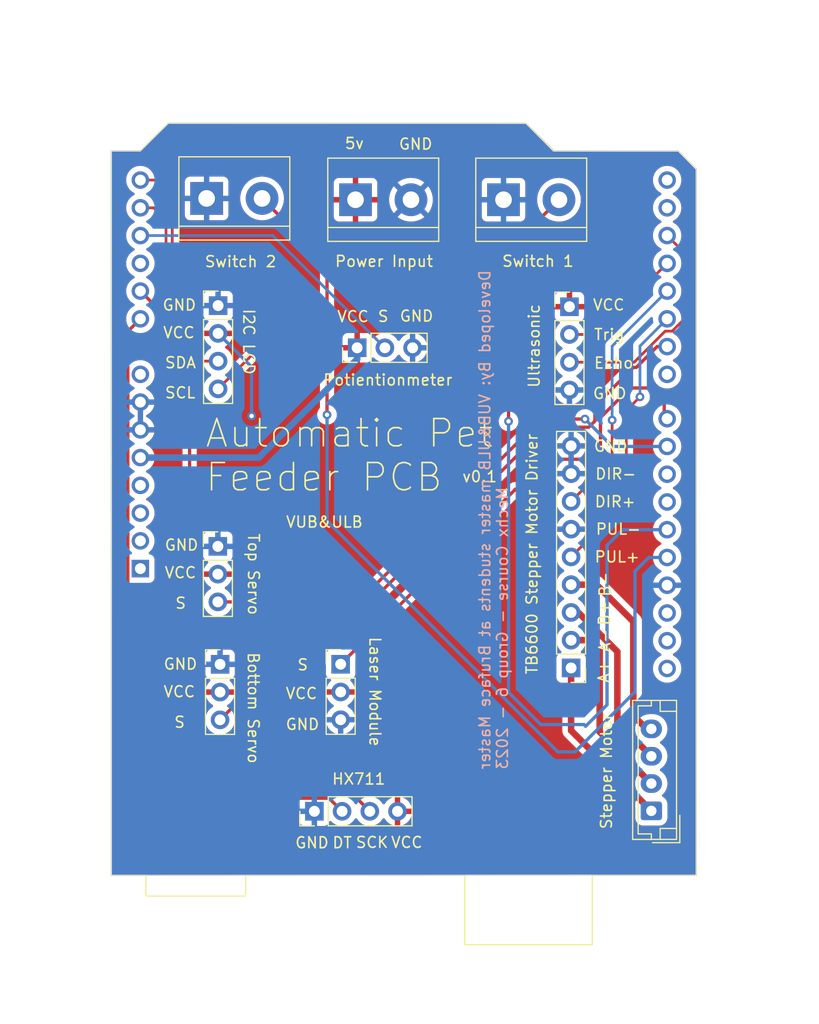
<source format=kicad_pcb>
(kicad_pcb (version 20221018) (generator pcbnew)
  (layers (0 "F.Cu" signal) (31 "B.Cu" signal) (34 "B.Paste" user) (35 "F.Paste" user) (36 "B.SilkS" user "B.Silkscreen") (37 "F.SilkS" user "F.Silkscreen") (38 "B.Mask" user) (39 "F.Mask" user) (44 "Edge.Cuts" user))
  (net 0 "")
  (net 5 "VCC")
  (net 6 "GND")
  (net 8 "Net-(A1-A0)")
  (net 9 "Net-(A1-A1)")
  (net 11 "Potin_pin")
  (net 12 "SDA")
  (net 13 "SCL")
  (net 16 "echo")
  (net 17 "trig")
  (net 18 "Dir")
  (net 19 "step")
  (net 20 "servo_1")
  (net 22 "laser_pin")
  (net 23 "servo_2")
  (net 26 "Net-(A1-D12)")
  (net 27 "Net-(A1-D13)")
  (net 31 "Net-(J1-Pin_1)")
  (net 32 "Net-(J1-Pin_2)")
  (net 33 "Net-(J1-Pin_3)")
  (net 34 "Net-(J1-Pin_4)")
  (footprint "Connector_PinHeader_2.54mm:PinHeader_1x04_P2.54mm_Vertical" (layer "F.Cu") (at 107.33 87.66)
    (fp_text reference "J2" hide)
    (fp_text value "Conn_01x04_Pin" hide)
    (fp_line (start -1.33 -1.33) (end 0 -1.33) (stroke (width 0.12)) (layer "F.SilkS"))
    (fp_line (start -1.33 0) (end -1.33 -1.33) (stroke (width 0.12)) (layer "F.SilkS"))
    (fp_line (start -1.33 1.27) (end -1.33 8.95) (stroke (width 0.12)) (layer "F.SilkS"))
    (fp_line (start -1.33 1.27) (end 1.33 1.27) (stroke (width 0.12)) (layer "F.SilkS"))
    (fp_line (start -1.33 8.95) (end 1.33 8.95) (stroke (width 0.12)) (layer "F.SilkS"))
    (fp_line (start 1.33 1.27) (end 1.33 8.95) (stroke (width 0.12)) (layer "F.SilkS"))
    (pad "1" thru_hole rect (at 0 0) (size 1.7 1.7) (drill 1) (layers "*.Cu" "*.Mask") (net 5 "VCC"))
    (pad "2" thru_hole oval (at 0 2.54) (size 1.7 1.7) (drill 1) (layers "*.Cu" "*.Mask") (net 17 "trig"))
    (pad "3" thru_hole oval (at 0 5.08) (size 1.7 1.7) (drill 1) (layers "*.Cu" "*.Mask") (net 16 "echo"))
    (pad "4" thru_hole oval (at 0 7.62) (size 1.7 1.7) (drill 1) (layers "*.Cu" "*.Mask") (net 6 "GND"))
  )
  (footprint "TerminalBlock:TerminalBlock_bornier-2_P5.08mm" (layer "F.Cu") (at 101.29 77.87)
    (fp_text reference "J7" hide)
    (fp_text value "Conn_01x02_Pin" hide)
    (fp_line (start -2.54 -3.81) (end -2.54 3.81) (stroke (width 0.12)) (layer "F.SilkS"))
    (fp_line (start -2.54 3.81) (end 7.62 3.81) (stroke (width 0.12)) (layer "F.SilkS"))
    (fp_line (start 7.62 -3.81) (end -2.54 -3.81) (stroke (width 0.12)) (layer "F.SilkS"))
    (fp_line (start 7.62 2.54) (end -2.54 2.54) (stroke (width 0.12)) (layer "F.SilkS"))
    (fp_line (start 7.62 3.81) (end 7.62 -3.81) (stroke (width 0.12)) (layer "F.SilkS"))
    (pad "1" thru_hole rect (at 0 0) (size 3 3) (drill 1.52) (layers "*.Cu" "*.Mask") (net 6 "GND"))
    (pad "2" thru_hole circle (at 5.08 0) (size 3 3) (drill 1.52) (layers "*.Cu" "*.Mask") (net 26 "Net-(A1-D12)"))
  )
  (footprint "Connector_PinHeader_2.54mm:PinHeader_1x09_P2.54mm_Vertical" (layer "F.Cu") (at 107.48 120.72 180)
    (fp_text reference "J11" hide)
    (fp_text value "Conn_01x09_Pin" hide)
    (fp_line (start -1.33 -1.33) (end 0 -1.33) (stroke (width 0.12)) (layer "F.SilkS"))
    (fp_line (start -1.33 0) (end -1.33 -1.33) (stroke (width 0.12)) (layer "F.SilkS"))
    (fp_line (start -1.33 1.27) (end -1.33 21.65) (stroke (width 0.12)) (layer "F.SilkS"))
    (fp_line (start -1.33 1.27) (end 1.33 1.27) (stroke (width 0.12)) (layer "F.SilkS"))
    (fp_line (start -1.33 21.65) (end 1.33 21.65) (stroke (width 0.12)) (layer "F.SilkS"))
    (fp_line (start 1.33 1.27) (end 1.33 21.65) (stroke (width 0.12)) (layer "F.SilkS"))
    (pad "1" thru_hole rect (at 0 0 180) (size 1.7 1.7) (drill 1) (layers "*.Cu" "*.Mask") (net 31 "Net-(J1-Pin_1)"))
    (pad "2" thru_hole oval (at 0 2.54 180) (size 1.7 1.7) (drill 1) (layers "*.Cu" "*.Mask") (net 32 "Net-(J1-Pin_2)"))
    (pad "3" thru_hole oval (at 0 5.08 180) (size 1.7 1.7) (drill 1) (layers "*.Cu" "*.Mask") (net 33 "Net-(J1-Pin_3)"))
    (pad "4" thru_hole oval (at 0 7.62 180) (size 1.7 1.7) (drill 1) (layers "*.Cu" "*.Mask") (net 34 "Net-(J1-Pin_4)"))
    (pad "5" thru_hole oval (at 0 10.16 180) (size 1.7 1.7) (drill 1) (layers "*.Cu" "*.Mask") (net 19 "step"))
    (pad "6" thru_hole oval (at 0 12.7 180) (size 1.7 1.7) (drill 1) (layers "*.Cu" "*.Mask") (net 6 "GND"))
    (pad "7" thru_hole oval (at 0 15.24 180) (size 1.7 1.7) (drill 1) (layers "*.Cu" "*.Mask") (net 18 "Dir"))
    (pad "8" thru_hole oval (at 0 17.78 180) (size 1.7 1.7) (drill 1) (layers "*.Cu" "*.Mask") (net 6 "GND"))
    (pad "9" thru_hole oval (at 0 20.32 180) (size 1.7 1.7) (drill 1) (layers "*.Cu" "*.Mask") (net 6 "GND"))
  )
  (footprint "Connector_PinHeader_2.54mm:PinHeader_1x03_P2.54mm_Vertical" (layer "F.Cu") (at 75.32 120.39)
    (fp_text reference "J3" hide)
    (fp_text value "Conn_01x03_Pin" hide)
    (fp_line (start -1.33 -1.33) (end 0 -1.33) (stroke (width 0.12)) (layer "F.SilkS"))
    (fp_line (start -1.33 0) (end -1.33 -1.33) (stroke (width 0.12)) (layer "F.SilkS"))
    (fp_line (start -1.33 1.27) (end -1.33 6.41) (stroke (width 0.12)) (layer "F.SilkS"))
    (fp_line (start -1.33 1.27) (end 1.33 1.27) (stroke (width 0.12)) (layer "F.SilkS"))
    (fp_line (start -1.33 6.41) (end 1.33 6.41) (stroke (width 0.12)) (layer "F.SilkS"))
    (fp_line (start 1.33 1.27) (end 1.33 6.41) (stroke (width 0.12)) (layer "F.SilkS"))
    (pad "1" thru_hole rect (at 0 0) (size 1.7 1.7) (drill 1) (layers "*.Cu" "*.Mask") (net 6 "GND"))
    (pad "2" thru_hole oval (at 0 2.54) (size 1.7 1.7) (drill 1) (layers "*.Cu" "*.Mask") (net 5 "VCC"))
    (pad "3" thru_hole oval (at 0 5.08) (size 1.7 1.7) (drill 1) (layers "*.Cu" "*.Mask") (net 20 "servo_1"))
  )
  (footprint "Connector_PinHeader_2.54mm:PinHeader_1x03_P2.54mm_Vertical" (layer "F.Cu") (at 75.12 109.595)
    (fp_text reference "J4" hide)
    (fp_text value "Conn_01x03_Pin" hide)
    (fp_line (start -1.33 -1.33) (end 0 -1.33) (stroke (width 0.12)) (layer "F.SilkS"))
    (fp_line (start -1.33 0) (end -1.33 -1.33) (stroke (width 0.12)) (layer "F.SilkS"))
    (fp_line (start -1.33 1.27) (end -1.33 6.41) (stroke (width 0.12)) (layer "F.SilkS"))
    (fp_line (start -1.33 1.27) (end 1.33 1.27) (stroke (width 0.12)) (layer "F.SilkS"))
    (fp_line (start -1.33 6.41) (end 1.33 6.41) (stroke (width 0.12)) (layer "F.SilkS"))
    (fp_line (start 1.33 1.27) (end 1.33 6.41) (stroke (width 0.12)) (layer "F.SilkS"))
    (pad "1" thru_hole rect (at 0 0) (size 1.7 1.7) (drill 1) (layers "*.Cu" "*.Mask") (net 6 "GND"))
    (pad "2" thru_hole oval (at 0 2.54) (size 1.7 1.7) (drill 1) (layers "*.Cu" "*.Mask") (net 5 "VCC"))
    (pad "3" thru_hole oval (at 0 5.08) (size 1.7 1.7) (drill 1) (layers "*.Cu" "*.Mask") (net 23 "servo_2"))
  )
  (footprint "Connector_PinHeader_2.54mm:PinHeader_1x04_P2.54mm_Vertical" (layer "F.Cu") (at 83.96 133.84 90)
    (fp_text reference "J9" hide)
    (fp_text value "Conn_01x04_Socket" hide)
    (fp_line (start -1.33 -1.33) (end 0 -1.33) (stroke (width 0.12)) (layer "F.SilkS"))
    (fp_line (start -1.33 0) (end -1.33 -1.33) (stroke (width 0.12)) (layer "F.SilkS"))
    (fp_line (start -1.33 1.27) (end -1.33 8.95) (stroke (width 0.12)) (layer "F.SilkS"))
    (fp_line (start -1.33 1.27) (end 1.33 1.27) (stroke (width 0.12)) (layer "F.SilkS"))
    (fp_line (start -1.33 8.95) (end 1.33 8.95) (stroke (width 0.12)) (layer "F.SilkS"))
    (fp_line (start 1.33 1.27) (end 1.33 8.95) (stroke (width 0.12)) (layer "F.SilkS"))
    (pad "1" thru_hole rect (at 0 0 90) (size 1.7 1.7) (drill 1) (layers "*.Cu" "*.Mask") (net 6 "GND"))
    (pad "2" thru_hole oval (at 0 2.54 90) (size 1.7 1.7) (drill 1) (layers "*.Cu" "*.Mask") (net 8 "Net-(A1-A0)"))
    (pad "3" thru_hole oval (at 0 5.08 90) (size 1.7 1.7) (drill 1) (layers "*.Cu" "*.Mask") (net 9 "Net-(A1-A1)"))
    (pad "4" thru_hole oval (at 0 7.62 90) (size 1.7 1.7) (drill 1) (layers "*.Cu" "*.Mask") (net 5 "VCC"))
  )
  (footprint "Module:Arduino_UNO_R3" (layer "F.Cu") (at 68.02 111.63 90)
    (fp_text reference "A1" hide)
    (fp_text value "Arduino_UNO_R3" hide)
    (fp_line (start -34.42 29.72) (end -34.42 41.4) (stroke (width 0.12)) (layer "F.SilkS"))
    (fp_line (start -34.42 41.4) (end -28.07 41.4) (stroke (width 0.12)) (layer "F.SilkS"))
    (fp_line (start -29.97 0.51) (end -29.97 9.65) (stroke (width 0.12)) (layer "F.SilkS"))
    (fp_line (start -29.97 9.65) (end -28.07 9.65) (stroke (width 0.12)) (layer "F.SilkS"))
    (fp_line (start -28.07 -2.67) (end -28.07 0.51) (stroke (width 0.12)) (layer "F.SilkS"))
    (fp_line (start -28.07 0.51) (end -29.97 0.51) (stroke (width 0.12)) (layer "F.SilkS"))
    (fp_line (start -28.07 9.65) (end -28.07 29.72) (stroke (width 0.12)) (layer "F.SilkS"))
    (fp_line (start -28.07 29.72) (end -34.42 29.72) (stroke (width 0.12)) (layer "F.SilkS"))
    (fp_line (start -28.07 41.4) (end -28.07 50.93) (stroke (width 0.12)) (layer "F.SilkS"))
    (fp_line (start -28.07 50.93) (end 36.58 50.93) (stroke (width 0.12)) (layer "F.SilkS"))
    (fp_line (start 36.58 50.93) (end 38.23 49.28) (stroke (width 0.12)) (layer "F.SilkS"))
    (fp_line (start 38.23 -2.67) (end -28.07 -2.67) (stroke (width 0.12)) (layer "F.SilkS"))
    (fp_line (start 38.23 0) (end 38.23 -2.67) (stroke (width 0.12)) (layer "F.SilkS"))
    (fp_line (start 38.23 37.85) (end 40.77 35.31) (stroke (width 0.12)) (layer "F.SilkS"))
    (fp_line (start 38.23 49.28) (end 38.23 37.85) (stroke (width 0.12)) (layer "F.SilkS"))
    (fp_line (start 40.77 2.54) (end 38.23 0) (stroke (width 0.12)) (layer "F.SilkS"))
    (fp_line (start 40.77 35.31) (end 40.77 2.54) (stroke (width 0.12)) (layer "F.SilkS"))
    (pad "1" thru_hole rect (at 0 0 180) (size 1.6 1.6) (drill 1) (layers "*.Cu" "*.Mask"))
    (pad "2" thru_hole oval (at 2.54 0 180) (size 1.6 1.6) (drill 1) (layers "*.Cu" "*.Mask"))
    (pad "3" thru_hole oval (at 5.08 0 180) (size 1.6 1.6) (drill 1) (layers "*.Cu" "*.Mask"))
    (pad "4" thru_hole oval (at 7.62 0 180) (size 1.6 1.6) (drill 1) (layers "*.Cu" "*.Mask"))
    (pad "5" thru_hole oval (at 10.16 0 180) (size 1.6 1.6) (drill 1) (layers "*.Cu" "*.Mask") (net 5 "VCC"))
    (pad "6" thru_hole oval (at 12.7 0 180) (size 1.6 1.6) (drill 1) (layers "*.Cu" "*.Mask") (net 6 "GND"))
    (pad "7" thru_hole oval (at 15.24 0 180) (size 1.6 1.6) (drill 1) (layers "*.Cu" "*.Mask") (net 6 "GND"))
    (pad "8" thru_hole oval (at 17.78 0 180) (size 1.6 1.6) (drill 1) (layers "*.Cu" "*.Mask"))
    (pad "9" thru_hole oval (at 22.86 0 180) (size 1.6 1.6) (drill 1) (layers "*.Cu" "*.Mask") (net 8 "Net-(A1-A0)"))
    (pad "10" thru_hole oval (at 25.4 0 180) (size 1.6 1.6) (drill 1) (layers "*.Cu" "*.Mask") (net 9 "Net-(A1-A1)"))
    (pad "11" thru_hole oval (at 27.94 0 180) (size 1.6 1.6) (drill 1) (layers "*.Cu" "*.Mask"))
    (pad "12" thru_hole oval (at 30.48 0 180) (size 1.6 1.6) (drill 1) (layers "*.Cu" "*.Mask") (net 11 "Potin_pin"))
    (pad "13" thru_hole oval (at 33.02 0 180) (size 1.6 1.6) (drill 1) (layers "*.Cu" "*.Mask") (net 12 "SDA"))
    (pad "14" thru_hole oval (at 35.56 0 180) (size 1.6 1.6) (drill 1) (layers "*.Cu" "*.Mask") (net 13 "SCL"))
    (pad "15" thru_hole oval (at 35.56 48.26 180) (size 1.6 1.6) (drill 1) (layers "*.Cu" "*.Mask"))
    (pad "16" thru_hole oval (at 33.02 48.26 180) (size 1.6 1.6) (drill 1) (layers "*.Cu" "*.Mask"))
    (pad "17" thru_hole oval (at 30.48 48.26 180) (size 1.6 1.6) (drill 1) (layers "*.Cu" "*.Mask") (net 16 "echo"))
    (pad "18" thru_hole oval (at 27.94 48.26 180) (size 1.6 1.6) (drill 1) (layers "*.Cu" "*.Mask") (net 17 "trig"))
    (pad "19" thru_hole oval (at 25.4 48.26 180) (size 1.6 1.6) (drill 1) (layers "*.Cu" "*.Mask") (net 18 "Dir"))
    (pad "20" thru_hole oval (at 22.86 48.26 180) (size 1.6 1.6) (drill 1) (layers "*.Cu" "*.Mask") (net 19 "step"))
    (pad "21" thru_hole oval (at 20.32 48.26 180) (size 1.6 1.6) (drill 1) (layers "*.Cu" "*.Mask") (net 20 "servo_1"))
    (pad "22" thru_hole oval (at 17.78 48.26 180) (size 1.6 1.6) (drill 1) (layers "*.Cu" "*.Mask"))
    (pad "23" thru_hole oval (at 13.72 48.26 180) (size 1.6 1.6) (drill 1) (layers "*.Cu" "*.Mask") (net 22 "laser_pin"))
    (pad "24" thru_hole oval (at 11.18 48.26 180) (size 1.6 1.6) (drill 1) (layers "*.Cu" "*.Mask") (net 23 "servo_2"))
    (pad "25" thru_hole oval (at 8.64 48.26 180) (size 1.6 1.6) (drill 1) (layers "*.Cu" "*.Mask"))
    (pad "26" thru_hole oval (at 6.1 48.26 180) (size 1.6 1.6) (drill 1) (layers "*.Cu" "*.Mask"))
    (pad "27" thru_hole oval (at 3.56 48.26 180) (size 1.6 1.6) (drill 1) (layers "*.Cu" "*.Mask") (net 26 "Net-(A1-D12)"))
    (pad "28" thru_hole oval (at 1.02 48.26 180) (size 1.6 1.6) (drill 1) (layers "*.Cu" "*.Mask") (net 27 "Net-(A1-D13)"))
    (pad "29" thru_hole oval (at -1.52 48.26 180) (size 1.6 1.6) (drill 1) (layers "*.Cu" "*.Mask") (net 6 "GND"))
    (pad "30" thru_hole oval (at -4.06 48.26 180) (size 1.6 1.6) (drill 1) (layers "*.Cu" "*.Mask"))
    (pad "31" thru_hole oval (at -6.6 48.26 180) (size 1.6 1.6) (drill 1) (layers "*.Cu" "*.Mask"))
    (pad "32" thru_hole oval (at -9.14 48.26 180) (size 1.6 1.6) (drill 1) (layers "*.Cu" "*.Mask"))
  )
  (footprint "TerminalBlock:TerminalBlock_bornier-2_P5.08mm" (layer "F.Cu") (at 74.09 77.75)
    (fp_text reference "J8" hide)
    (fp_text value "Conn_01x02_Pin" hide)
    (fp_line (start -2.54 -3.81) (end -2.54 3.81) (stroke (width 0.12)) (layer "F.SilkS"))
    (fp_line (start -2.54 3.81) (end 7.62 3.81) (stroke (width 0.12)) (layer "F.SilkS"))
    (fp_line (start 7.62 -3.81) (end -2.54 -3.81) (stroke (width 0.12)) (layer "F.SilkS"))
    (fp_line (start 7.62 2.54) (end -2.54 2.54) (stroke (width 0.12)) (layer "F.SilkS"))
    (fp_line (start 7.62 3.81) (end 7.62 -3.81) (stroke (width 0.12)) (layer "F.SilkS"))
    (pad "1" thru_hole rect (at 0 0) (size 3 3) (drill 1.52) (layers "*.Cu" "*.Mask") (net 6 "GND"))
    (pad "2" thru_hole circle (at 5.08 0) (size 3 3) (drill 1.52) (layers "*.Cu" "*.Mask") (net 27 "Net-(A1-D13)"))
  )
  (footprint "Connector_PinHeader_2.54mm:PinHeader_1x03_P2.54mm_Vertical" (layer "F.Cu") (at 87.88 91.42 90)
    (fp_text reference "J12" hide)
    (fp_text value "Conn_01x03_Pin" hide)
    (fp_line (start -1.33 -1.33) (end 0 -1.33) (stroke (width 0.12)) (layer "F.SilkS"))
    (fp_line (start -1.33 0) (end -1.33 -1.33) (stroke (width 0.12)) (layer "F.SilkS"))
    (fp_line (start -1.33 1.27) (end -1.33 6.41) (stroke (width 0.12)) (layer "F.SilkS"))
    (fp_line (start -1.33 1.27) (end 1.33 1.27) (stroke (width 0.12)) (layer "F.SilkS"))
    (fp_line (start -1.33 6.41) (end 1.33 6.41) (stroke (width 0.12)) (layer "F.SilkS"))
    (fp_line (start 1.33 1.27) (end 1.33 6.41) (stroke (width 0.12)) (layer "F.SilkS"))
    (pad "1" thru_hole rect (at 0 0 90) (size 1.7 1.7) (drill 1) (layers "*.Cu" "*.Mask") (net 5 "VCC"))
    (pad "2" thru_hole oval (at 0 2.54 90) (size 1.7 1.7) (drill 1) (layers "*.Cu" "*.Mask") (net 11 "Potin_pin"))
    (pad "3" thru_hole oval (at 0 5.08 90) (size 1.7 1.7) (drill 1) (layers "*.Cu" "*.Mask") (net 6 "GND"))
  )
  (footprint "Connector_JST:JST_EH_B4B-EH-A_1x04_P2.50mm_Vertical" (layer "F.Cu") (at 114.83 133.8 90)
    (fp_text reference "J1" hide)
    (fp_text value "Conn_01x04_Socket" hide)
    (fp_line (start -2.91 0.11) (end -2.91 2.61) (stroke (width 0.12)) (layer "F.SilkS"))
    (fp_line (start -2.91 2.61) (end -0.41 2.61) (stroke (width 0.12)) (layer "F.SilkS"))
    (fp_line (start -2.61 -1.71) (end -2.61 2.31) (stroke (width 0.12)) (layer "F.SilkS"))
    (fp_line (start -2.61 0) (end -2.11 0) (stroke (width 0.12)) (layer "F.SilkS"))
    (fp_line (start -2.61 0.81) (end -1.61 0.81) (stroke (width 0.12)) (layer "F.SilkS"))
    (fp_line (start -2.61 2.31) (end 10.11 2.31) (stroke (width 0.12)) (layer "F.SilkS"))
    (fp_line (start -2.11 -1.21) (end 9.61 -1.21) (stroke (width 0.12)) (layer "F.SilkS"))
    (fp_line (start -2.11 0) (end -2.11 -1.21) (stroke (width 0.12)) (layer "F.SilkS"))
    (fp_line (start -1.61 0.81) (end -1.61 2.31) (stroke (width 0.12)) (layer "F.SilkS"))
    (fp_line (start 9.11 0.81) (end 9.11 2.31) (stroke (width 0.12)) (layer "F.SilkS"))
    (fp_line (start 9.61 -1.21) (end 9.61 0) (stroke (width 0.12)) (layer "F.SilkS"))
    (fp_line (start 9.61 0) (end 10.11 0) (stroke (width 0.12)) (layer "F.SilkS"))
    (fp_line (start 10.11 -1.71) (end -2.61 -1.71) (stroke (width 0.12)) (layer "F.SilkS"))
    (fp_line (start 10.11 0.81) (end 9.11 0.81) (stroke (width 0.12)) (layer "F.SilkS"))
    (fp_line (start 10.11 2.31) (end 10.11 -1.71) (stroke (width 0.12)) (layer "F.SilkS"))
    (pad "1" thru_hole roundrect (at 0 0 90) (size 1.7 1.95) (drill 0.95) (layers "*.Cu" "*.Mask") (roundrect_rratio 0.1470588235) (net 31 "Net-(J1-Pin_1)"))
    (pad "2" thru_hole oval (at 2.5 0 90) (size 1.7 1.95) (drill 0.95) (layers "*.Cu" "*.Mask") (net 32 "Net-(J1-Pin_2)"))
    (pad "3" thru_hole oval (at 5 0 90) (size 1.7 1.95) (drill 0.95) (layers "*.Cu" "*.Mask") (net 33 "Net-(J1-Pin_3)"))
    (pad "4" thru_hole oval (at 7.5 0 90) (size 1.7 1.95) (drill 0.95) (layers "*.Cu" "*.Mask") (net 34 "Net-(J1-Pin_4)"))
  )
  (footprint "TerminalBlock:TerminalBlock_bornier-2_P5.08mm" (layer "F.Cu") (at 87.73 77.87)
    (fp_text reference "J10" hide)
    (fp_text value "Conn_01x02_Pin" hide)
    (fp_line (start -2.54 -3.81) (end -2.54 3.81) (stroke (width 0.12)) (layer "F.SilkS"))
    (fp_line (start -2.54 3.81) (end 7.62 3.81) (stroke (width 0.12)) (layer "F.SilkS"))
    (fp_line (start 7.62 -3.81) (end -2.54 -3.81) (stroke (width 0.12)) (layer "F.SilkS"))
    (fp_line (start 7.62 2.54) (end -2.54 2.54) (stroke (width 0.12)) (layer "F.SilkS"))
    (fp_line (start 7.62 3.81) (end 7.62 -3.81) (stroke (width 0.12)) (layer "F.SilkS"))
    (pad "1" thru_hole rect (at 0 0) (size 3 3) (drill 1.52) (layers "*.Cu" "*.Mask") (net 5 "VCC"))
    (pad "2" thru_hole circle (at 5.08 0) (size 3 3) (drill 1.52) (layers "*.Cu" "*.Mask") (net 6 "GND"))
  )
  (footprint "Connector_PinHeader_2.54mm:PinHeader_1x03_P2.54mm_Vertical" (layer "F.Cu") (at 86.37 120.38)
    (fp_text reference "J5" hide)
    (fp_text value "Conn_01x03_Pin" hide)
    (fp_line (start -1.33 -1.33) (end 0 -1.33) (stroke (width 0.12)) (layer "F.SilkS"))
    (fp_line (start -1.33 0) (end -1.33 -1.33) (stroke (width 0.12)) (layer "F.SilkS"))
    (fp_line (start -1.33 1.27) (end -1.33 6.41) (stroke (width 0.12)) (layer "F.SilkS"))
    (fp_line (start -1.33 1.27) (end 1.33 1.27) (stroke (width 0.12)) (layer "F.SilkS"))
    (fp_line (start -1.33 6.41) (end 1.33 6.41) (stroke (width 0.12)) (layer "F.SilkS"))
    (fp_line (start 1.33 1.27) (end 1.33 6.41) (stroke (width 0.12)) (layer "F.SilkS"))
    (pad "1" thru_hole rect (at 0 0) (size 1.7 1.7) (drill 1) (layers "*.Cu" "*.Mask") (net 22 "laser_pin"))
    (pad "2" thru_hole oval (at 0 2.54) (size 1.7 1.7) (drill 1) (layers "*.Cu" "*.Mask") (net 5 "VCC"))
    (pad "3" thru_hole oval (at 0 5.08) (size 1.7 1.7) (drill 1) (layers "*.Cu" "*.Mask") (net 6 "GND"))
  )
  (footprint "Connector_PinHeader_2.54mm:PinHeader_1x04_P2.54mm_Vertical" (layer "F.Cu") (at 75.14 87.56)
    (fp_text reference "J6" hide)
    (fp_text value "Conn_01x04_Pin" hide)
    (fp_line (start -1.33 -1.33) (end 0 -1.33) (stroke (width 0.12)) (layer "F.SilkS"))
    (fp_line (start -1.33 0) (end -1.33 -1.33) (stroke (width 0.12)) (layer "F.SilkS"))
    (fp_line (start -1.33 1.27) (end -1.33 8.95) (stroke (width 0.12)) (layer "F.SilkS"))
    (fp_line (start -1.33 1.27) (end 1.33 1.27) (stroke (width 0.12)) (layer "F.SilkS"))
    (fp_line (start -1.33 8.95) (end 1.33 8.95) (stroke (width 0.12)) (layer "F.SilkS"))
    (fp_line (start 1.33 1.27) (end 1.33 8.95) (stroke (width 0.12)) (layer "F.SilkS"))
    (pad "1" thru_hole rect (at 0 0) (size 1.7 1.7) (drill 1) (layers "*.Cu" "*.Mask") (net 6 "GND"))
    (pad "2" thru_hole oval (at 0 2.54) (size 1.7 1.7) (drill 1) (layers "*.Cu" "*.Mask") (net 5 "VCC"))
    (pad "3" thru_hole oval (at 0 5.08) (size 1.7 1.7) (drill 1) (layers "*.Cu" "*.Mask") (net 12 "SDA"))
    (pad "4" thru_hole oval (at 0 7.62) (size 1.7 1.7) (drill 1) (layers "*.Cu" "*.Mask") (net 13 "SCL"))
  )
  (gr_line (start 68.54 139.7) (end 118.94 139.68) (stroke (width 0.1)) (layer "Edge.Cuts"))
  (gr_line (start 118.94 139.68) (end 118.95 75.1) (stroke (width 0.1)) (layer "Edge.Cuts"))
  (gr_line (start 65.35 139.71) (end 68.54 139.7) (stroke (width 0.1)) (layer "Edge.Cuts"))
  (gr_line (start 103.34 70.87) (end 70.61 70.86) (stroke (width 0.1)) (layer "Edge.Cuts"))
  (gr_line (start 118.95 75.1) (end 117.31 73.41) (stroke (width 0.1)) (layer "Edge.Cuts"))
  (gr_line (start 65.34 73.39) (end 65.35 139.71) (stroke (width 0.1)) (layer "Edge.Cuts"))
  (gr_line (start 68.03 73.39) (end 65.34 73.39) (stroke (width 0.1)) (layer "Edge.Cuts"))
  (gr_line (start 70.61 70.86) (end 68.03 73.39) (stroke (width 0.1)) (layer "Edge.Cuts"))
  (gr_line (start 105.94 73.4) (end 103.34 70.87) (stroke (width 0.1)) (layer "Edge.Cuts"))
  (gr_line (start 117.31 73.41) (end 105.94 73.4) (stroke (width 0.1)) (layer "Edge.Cuts"))
  (gr_text "Developed By: VUB&ULB master students at Bruface Master\nMechx Course - Group 6 - 2023" (at 101.77 130.09 90) (layer "B.SilkS") (effects (font (size 1 1)) (justify right bottom mirror)))
  (gr_text "A-" (at 111.16 119.36 90) (layer "F.SilkS") (effects (font (size 1 1)) (justify left bottom)))
  (gr_text "SCK" (at 87.67 137.27) (layer "F.SilkS") (effects (font (size 1 1)) (justify left bottom)))
  (gr_text "GND" (at 109.48 101.01) (layer "F.SilkS") (effects (font (size 1 1)) (justify left bottom)))
  (gr_text "VCC" (at 70.02 90.62) (layer "F.SilkS") (effects (font (size 1 1)) (justify left bottom)))
  (gr_text "I2C LCD" (at 77.37 87.77 270) (layer "F.SilkS") (effects (font (size 1 1)) (justify left bottom)))
  (gr_text "GND" (at 82.12 137.3) (layer "F.SilkS") (effects (font (size 1 1)) (justify left bottom)))
  (gr_text "VUB&ULB" (at 81.28 107.95) (layer "F.SilkS") (effects (font (size 1 1)) (justify left bottom)))
  (gr_text "v0.1" (at 97.43 103.8) (layer "F.SilkS") (effects (font (size 1 1)) (justify left bottom)))
  (gr_text "VCC" (at 109.4 88.08) (layer "F.SilkS") (effects (font (size 1 1)) (justify left bottom)))
  (gr_text "Laser Module" (at 88.93 117.79 270) (layer "F.SilkS") (effects (font (size 1 1)) (justify left bottom)))
  (gr_text "Ultrasonic" (at 104.68 95.16 90) (layer "F.SilkS") (effects (font (size 1 1)) (justify left bottom)))
  (gr_text "HX711" (at 85.5 131.47) (layer "F.SilkS") (effects (font (size 1 1)) (justify left bottom)))
  (gr_text "5v" (at 86.67 73.3) (layer "F.SilkS") (effects (font (size 1 1)) (justify left bottom)))
  (gr_text "DT" (at 85.53 137.3) (layer "F.SilkS") (effects (font (size 1 1)) (justify left bottom)))
  (gr_text "B+" (at 111.11 116.93 90) (layer "F.SilkS") (effects (font (size 1 1)) (justify left bottom)))
  (gr_text "S" (at 71.14 115.375) (layer "F.SilkS") (effects (font (size 1 1)) (justify left bottom)))
  (gr_text "VCC" (at 70.16 112.585) (layer "F.SilkS") (effects (font (size 1 1)) (justify left bottom)))
  (gr_text "Stepper Motor" (at 111.3 135.56 90) (layer "F.SilkS") (effects (font (size 1 1)) (justify left bottom)))
  (gr_text "Switch 2" (at 73.84 84.12) (layer "F.SilkS") (effects (font (size 1 1)) (justify left bottom)))
  (gr_text "Bottom Servo" (at 77.78 119.21 270) (layer "F.SilkS") (effects (font (size 1 1)) (justify left bottom)))
  (gr_text "GND" (at 70.07 120.95) (layer "F.SilkS") (effects (font (size 1 1)) (justify left bottom)))
  (gr_text "GND" (at 69.97 88.09) (layer "F.SilkS") (effects (font (size 1 1)) (justify left bottom)))
  (gr_text "PUL+" (at 109.55 111.14) (layer "F.SilkS") (effects (font (size 1 1)) (justify left bottom)))
  (gr_text "B-" (at 111.17 114.28 90) (layer "F.SilkS") (effects (font (size 1 1)) (justify left bottom)))
  (gr_text "S" (at 89.69 89.13) (layer "F.SilkS") (effects (font (size 1 1)) (justify left bottom)))
  (gr_text "S" (at 71.04 126.27) (layer "F.SilkS") (effects (font (size 1 1)) (justify left bottom)))
  (gr_text "Power Input" (at 85.77 84.09) (layer "F.SilkS") (effects (font (size 1 1)) (justify left bottom)))
  (gr_text "GND" (at 70.17 110.055) (layer "F.SilkS") (effects (font (size 1 1)) (justify left bottom)))
  (gr_text "VCC" (at 70.06 123.48) (layer "F.SilkS") (effects (font (size 1 1)) (justify left bottom)))
  (gr_text "GND" (at 91.62 73.36) (layer "F.SilkS") (effects (font (size 1 1)) (justify left bottom)))
  (gr_text "VCC" (at 90.9 137.27) (layer "F.SilkS") (effects (font (size 1 1)) (justify left bottom)))
  (gr_text "Echo" (at 109.5 93.4) (layer "F.SilkS") (effects (font (size 1 1)) (justify left bottom)))
  (gr_text "S" (at 82.32 121.02) (layer "F.SilkS") (effects (font (size 1 1)) (justify left bottom)))
  (gr_text "Automatic Pet \nFeeder PCB" (at 73.85 104.73) (layer "F.SilkS") (effects (font (size 2.5 2.5)) (justify left bottom)))
  (gr_text "GND" (at 81.25 126.47) (layer "F.SilkS") (effects (font (size 1 1)) (justify left bottom)))
  (gr_text "TB6600 Stepper Motor Driver" (at 104.48 121.39 90) (layer "F.SilkS") (effects (font (size 1 1)) (justify left bottom)))
  (gr_text "DIR+" (at 109.56 106.09) (layer "F.SilkS") (effects (font (size 1 1)) (justify left bottom)))
  (gr_text "DIR-" (at 109.61 103.55) (layer "F.SilkS") (effects (font (size 1 1)) (justify left bottom)))
  (gr_text "Trig" (at 109.5 90.79) (layer "F.SilkS") (effects (font (size 1 1)) (justify left bottom)))
  (gr_text "Potientionmeter" (at 84.69 94.95) (layer "F.SilkS") (effects (font (size 1 1)) (justify left bottom)))
  (gr_text "SCL" (at 70.19 96.12) (layer "F.SilkS") (effects (font (size 1 1)) (justify left bottom)))
  (gr_text "Top Servo" (at 77.8 108.33 270) (layer "F.SilkS") (effects (font (size 1 1)) (justify left bottom)))
  (gr_text "PUL-" (at 109.66 108.6) (layer "F.SilkS") (effects (font (size 1 1)) (justify left bottom)))
  (gr_text "VCC" (at 85.97 89.15) (layer "F.SilkS") (effects (font (size 1 1)) (justify left bottom)))
  (gr_text "Switch 1" (at 101.08 84.08) (layer "F.SilkS") (effects (font (size 1 1)) (justify left bottom)))
  (gr_text "VCC" (at 81.25 123.64) (layer "F.SilkS") (effects (font (size 1 1)) (justify left bottom)))
  (gr_text "SDA" (at 70.19 93.37) (layer "F.SilkS") (effects (font (size 1 1)) (justify left bottom)))
  (gr_text "GND" (at 91.7 89.1) (layer "F.SilkS") (effects (font (size 1 1)) (justify left bottom)))
  (gr_text "A+" (at 111.07 122.17 90) (layer "F.SilkS") (effects (font (size 1 1)) (justify left bottom)))
  (gr_text "GND" (at 109.4 96.18) (layer "F.SilkS") (effects (font (size 1 1)) (justify left bottom)))
  (via (at 78.21 97.66) (size 0.8) (drill 0.4) (layers "F.Cu" "B.Cu") (net 5))
  (segment (start 75.14 90.1) (end 78.21 93.17) (width 0.3) (layer "B.Cu") (net 5))
  (segment (start 78.21 93.17) (end 78.21 97.66) (width 0.3) (layer "B.Cu") (net 5))
  (segment (start 87.88 92.46) (end 87.88 91.42) (width 0.6) (layer "B.Cu") (net 5))
  (segment (start 78.87 101.47) (end 87.88 92.46) (width 0.6) (layer "B.Cu") (net 5))
  (segment (start 68.02 101.47) (end 78.87 101.47) (width 0.6) (layer "B.Cu") (net 5))
  (segment (start 85.3 132.64) (end 77.45 132.64) (width 0.3) (layer "F.Cu") (net 8))
  (segment (start 86.5 133.84) (end 85.3 132.64) (width 0.3) (layer "F.Cu") (net 8))
  (segment (start 77.45 132.64) (end 66.87 122.06) (width 0.3) (layer "F.Cu") (net 8))
  (segment (start 66.87 89.92) (end 68.02 88.77) (width 0.3) (layer "F.Cu") (net 8))
  (segment (start 66.87 122.06) (end 66.87 89.92) (width 0.3) (layer "F.Cu") (net 8))
  (segment (start 72.53 92.361752) (end 69.895 89.726751) (width 0.3) (layer "F.Cu") (net 9))
  (segment (start 87.34 132.14) (end 79.83 132.14) (width 0.3) (layer "F.Cu") (net 9))
  (segment (start 79.83 132.14) (end 72.53 124.84) (width 0.3) (layer "F.Cu") (net 9))
  (segment (start 89.04 133.84) (end 87.34 132.14) (width 0.3) (layer "F.Cu") (net 9))
  (segment (start 72.53 124.84) (end 72.53 92.361752) (width 0.3) (layer "F.Cu") (net 9))
  (segment (start 69.895 88.105) (end 68.02 86.23) (width 0.3) (layer "F.Cu") (net 9))
  (segment (start 69.895 89.726751) (end 69.895 88.105) (width 0.3) (layer "F.Cu") (net 9))
  (segment (start 80.15 81.15) (end 68.02 81.15) (width 0.25) (layer "B.Cu") (net 11))
  (segment (start 90.42 91.42) (end 80.15 81.15) (width 0.25) (layer "B.Cu") (net 11))
  (segment (start 69.24 78.61) (end 68.02 78.61) (width 0.25) (layer "F.Cu") (net 12))
  (segment (start 73.48 92.64) (end 70.37 89.53) (width 0.25) (layer "F.Cu") (net 12))
  (segment (start 75.14 92.64) (end 73.48 92.64) (width 0.25) (layer "F.Cu") (net 12))
  (segment (start 70.37 89.53) (end 70.37 79.98) (width 0.25) (layer "F.Cu") (net 12))
  (segment (start 69.42 78.79) (end 69.24 78.61) (width 0.25) (layer "F.Cu") (net 12))
  (segment (start 69.42 79.03) (end 69.42 78.79) (width 0.25) (layer "F.Cu") (net 12))
  (segment (start 70.37 79.98) (end 69.42 79.03) (width 0.25) (layer "F.Cu") (net 12))
  (segment (start 70.94 77.51) (end 69.5 76.07) (width 0.25) (layer "F.Cu") (net 13))
  (segment (start 79.3 85.81) (end 78.44 84.95) (width 0.25) (layer "F.Cu") (net 13))
  (segment (start 75.14 95.18) (end 79.3 91.02) (width 0.25) (layer "F.Cu") (net 13))
  (segment (start 69.5 76.07) (end 68.02 76.07) (width 0.25) (layer "F.Cu") (net 13))
  (segment (start 70.94 81.97) (end 70.94 77.51) (width 0.25) (layer "F.Cu") (net 13))
  (segment (start 78.44 84.95) (end 73.92 84.95) (width 0.25) (layer "F.Cu") (net 13))
  (segment (start 73.92 84.95) (end 70.94 81.97) (width 0.25) (layer "F.Cu") (net 13))
  (segment (start 79.3 91.02) (end 79.3 85.81) (width 0.25) (layer "F.Cu") (net 13))
  (segment (start 116.745991 89.895) (end 117.7 88.940991) (width 0.25) (layer "F.Cu") (net 16))
  (segment (start 113.259009 92.74) (end 116.104009 89.895) (width 0.25) (layer "F.Cu") (net 16))
  (segment (start 107.33 92.74) (end 113.259009 92.74) (width 0.25) (layer "F.Cu") (net 16))
  (segment (start 117.7 82.57) (end 116.28 81.15) (width 0.25) (layer "F.Cu") (net 16))
  (segment (start 116.104009 89.895) (end 116.745991 89.895) (width 0.25) (layer "F.Cu") (net 16))
  (segment (start 117.7 88.940991) (end 117.7 82.57) (width 0.25) (layer "F.Cu") (net 16))
  (segment (start 107.33 90.2) (end 109.77 90.2) (width 0.25) (layer "F.Cu") (net 17))
  (segment (start 109.77 90.2) (end 116.28 83.69) (width 0.25) (layer "F.Cu") (net 17))
  (segment (start 107.48 105.48) (end 111.24 101.72) (width 0.25) (layer "F.Cu") (net 18))
  (segment (start 111.24 101.72) (end 111.24 98.04) (width 0.25) (layer "F.Cu") (net 18))
  (via (at 111.24 98.04) (size 0.8) (drill 0.4) (layers "F.Cu" "B.Cu") (net 18))
  (segment (start 111.24 98.04) (end 111.24 91.27) (width 0.25) (layer "B.Cu") (net 18))
  (segment (start 111.24 91.27) (end 116.28 86.23) (width 0.25) (layer "B.Cu") (net 18))
  (segment (start 112.54 105.5) (end 112.54 97.16) (width 0.25) (layer "F.Cu") (net 19))
  (segment (start 107.48 110.56) (end 112.54 105.5) (width 0.25) (layer "F.Cu") (net 19))
  (segment (start 112.54 97.16) (end 113.79 95.91) (width 0.25) (layer "F.Cu") (net 19))
  (via (at 113.79 95.91) (size 0.8) (drill 0.4) (layers "F.Cu" "B.Cu") (net 19))
  (segment (start 113.79 91.26) (end 116.28 88.77) (width 0.25) (layer "B.Cu") (net 19))
  (segment (start 113.79 95.91) (end 113.79 91.26) (width 0.25) (layer "B.Cu") (net 19))
  (segment (start 105.13 98.69) (end 109.1 98.69) (width 0.3) (layer "F.Cu") (net 20))
  (segment (start 109.1 98.69) (end 109.66 98.13) (width 0.3) (layer "F.Cu") (net 20))
  (segment (start 113.455761 93.215) (end 115.360761 91.31) (width 0.3) (layer "F.Cu") (net 20))
  (segment (start 109.66 98.13) (end 109.66 96.75) (width 0.3) (layer "F.Cu") (net 20))
  (segment (start 88.07 115.75) (end 105.13 98.69) (width 0.3) (layer "F.Cu") (net 20))
  (segment (start 113.195 93.215) (end 113.455761 93.215) (width 0.3) (layer "F.Cu") (net 20))
  (segment (start 115.360761 91.31) (end 116.28 91.31) (width 0.3) (layer "F.Cu") (net 20))
  (segment (start 85.04 115.75) (end 88.07 115.75) (width 0.3) (layer "F.Cu") (net 20))
  (segment (start 75.32 125.47) (end 85.04 115.75) (width 0.3) (layer "F.Cu") (net 20))
  (segment (start 109.66 96.75) (end 113.195 93.215) (width 0.3) (layer "F.Cu") (net 20))
  (segment (start 112.88 95.1) (end 114.55 95.1) (width 0.3) (layer "F.Cu") (net 22))
  (segment (start 116.01 97.64) (end 116.28 97.91) (width 0.3) (layer "F.Cu") (net 22))
  (segment (start 110.17 101.09) (end 110.17 97.81) (width 0.3) (layer "F.Cu") (net 22))
  (segment (start 103.87 104.36) (end 106.61 101.62) (width 0.3) (layer "F.Cu") (net 22))
  (segment (start 102.35 104.4) (end 102.35 104.36) (width 0.3) (layer "F.Cu") (net 22))
  (segment (start 109.64 101.62) (end 110.17 101.09) (width 0.3) (layer "F.Cu") (net 22))
  (segment (start 110.17 97.81) (end 112.88 95.1) (width 0.3) (layer "F.Cu") (net 22))
  (segment (start 114.55 95.1) (end 116.01 96.56) (width 0.3) (layer "F.Cu") (net 22))
  (segment (start 102.35 104.36) (end 103.87 104.36) (width 0.3) (layer "F.Cu") (net 22))
  (segment (start 106.61 101.62) (end 109.64 101.62) (width 0.3) (layer "F.Cu") (net 22))
  (segment (start 86.37 120.38) (end 102.35 104.4) (width 0.3) (layer "F.Cu") (net 22))
  (segment (start 116.01 96.56) (end 116.01 97.64) (width 0.3) (layer "F.Cu") (net 22))
  (segment (start 104.73 97.94) (end 108.75 97.94) (width 0.3) (layer "F.Cu") (net 23))
  (segment (start 75.12 114.675) (end 87.995 114.675) (width 0.3) (layer "F.Cu") (net 23))
  (segment (start 102.66 100.01) (end 104.73 97.94) (width 0.3) (layer "F.Cu") (net 23))
  (segment (start 87.995 114.675) (end 102.66 100.01) (width 0.3) (layer "F.Cu") (net 23))
  (via (at 108.75 97.94) (size 0.8) (drill 0.4) (layers "F.Cu" "B.Cu") (net 23))
  (segment (start 111.26 100.45) (end 116.28 100.45) (width 0.3) (layer "B.Cu") (net 23))
  (segment (start 108.75 97.94) (end 111.26 100.45) (width 0.3) (layer "B.Cu") (net 23))
  (segment (start 106.37 77.87) (end 101.75 82.49) (width 0.3) (layer "F.Cu") (net 26))
  (segment (start 101.75 82.49) (end 101.75 98.15) (width 0.3) (layer "F.Cu") (net 26))
  (via (at 101.75 98.15) (size 0.8) (drill 0.4) (layers "F.Cu" "B.Cu") (net 26))
  (segment (start 101.75 122.95) (end 104.7 125.9) (width 0.3) (layer "B.Cu") (net 26))
  (segment (start 108.65 125.9) (end 108.81 126.06) (width 0.3) (layer "B.Cu") (net 26))
  (segment (start 112.2 108.07) (end 116.28 108.07) (width 0.3) (layer "B.Cu") (net 26))
  (segment (start 110.77 109.5) (end 112.2 108.07) (width 0.3) (layer "B.Cu") (net 26))
  (segment (start 104.7 125.9) (end 108.65 125.9) (width 0.3) (layer "B.Cu") (net 26))
  (segment (start 101.75 98.15) (end 101.75 122.95) (width 0.3) (layer "B.Cu") (net 26))
  (segment (start 108.81 126.06) (end 110.77 124.1) (width 0.3) (layer "B.Cu") (net 26))
  (segment (start 110.77 124.1) (end 110.77 109.5) (width 0.3) (layer "B.Cu") (net 26))
  (segment (start 85.12 83.7) (end 85.12 97.55) (width 0.3) (layer "F.Cu") (net 27))
  (segment (start 79.17 77.75) (end 85.12 83.7) (width 0.3) (layer "F.Cu") (net 27))
  (via (at 85.12 97.55) (size 0.8) (drill 0.4) (layers "F.Cu" "B.Cu") (net 27))
  (segment (start 85.12 97.55) (end 85.12 107.26) (width 0.3) (layer "B.Cu") (net 27))
  (segment (start 106.26 128.4) (end 107.84 128.4) (width 0.3) (layer "B.Cu") (net 27))
  (segment (start 85.12 107.26) (end 106.26 128.4) (width 0.3) (layer "B.Cu") (net 27))
  (segment (start 107.84 128.4) (end 113.33 122.91) (width 0.3) (layer "B.Cu") (net 27))
  (segment (start 113.33 122.91) (end 113.33 111.88) (width 0.3) (layer "B.Cu") (net 27))
  (segment (start 114.6 110.61) (end 116.28 110.61) (width 0.3) (layer "B.Cu") (net 27))
  (segment (start 113.33 111.88) (end 114.6 110.61) (width 0.3) (layer "B.Cu") (net 27))
  (segment (start 107.48 120.72) (end 107.48 126.45) (width 0.6) (layer "F.Cu") (net 31))
  (segment (start 107.48 126.45) (end 114.83 133.8) (width 0.6) (layer "F.Cu") (net 31))
  (segment (start 109.3 118.18) (end 107.48 118.18) (width 0.6) (layer "F.Cu") (net 32))
  (segment (start 110.1 118.98) (end 109.3 118.18) (width 0.6) (layer "F.Cu") (net 32))
  (segment (start 114.83 131.3) (end 110.1 126.57) (width 0.6) (layer "F.Cu") (net 32))
  (segment (start 110.1 126.57) (end 110.1 118.98) (width 0.6) (layer "F.Cu") (net 32))
  (segment (start 111.72 125.69) (end 111.72 119.23) (width 0.6) (layer "F.Cu") (net 33))
  (segment (start 114.83 128.8) (end 111.72 125.69) (width 0.6) (layer "F.Cu") (net 33))
  (segment (start 111.72 119.23) (end 108.13 115.64) (width 0.6) (layer "F.Cu") (net 33))
  (segment (start 108.13 115.64) (end 107.48 115.64) (width 0.6) (layer "F.Cu") (net 33))
  (segment (start 114.40137 126.3) (end 113.18 125.07863) (width 0.6) (layer "F.Cu") (net 34))
  (segment (start 114.83 126.3) (end 114.40137 126.3) (width 0.6) (layer "F.Cu") (net 34))
  (segment (start 113.18 125.07863) (end 113.18 116.48) (width 0.6) (layer "F.Cu") (net 34))
  (segment (start 113.18 116.48) (end 109.8 113.1) (width 0.6) (layer "F.Cu") (net 34))
  (segment (start 109.8 113.1) (end 107.48 113.1) (width 0.6) (layer "F.Cu") (net 34))
  (zone (net 5) (net_name "VCC") (layer "F.Cu") (connect_pads (clearance 0.5)) (min_thickness 0.25) (fill yes (thermal_gap 0.5) (thermal_bridge_width 0.5))
    (polygon (pts (xy 60.46 63.34) (xy 121.07 63.09) (xy 122.54 145.94) (xy 60.21 148.14)))
  )
  (zone (net 6) (net_name "GND") (layer "B.Cu") (priority 1) (connect_pads (clearance 0.5)) (min_thickness 0.25) (fill yes (thermal_gap 0.5) (thermal_bridge_width 0.5))
    (polygon (pts (xy 130.21 146.95) (xy 129.82 60.08) (xy 55.16 59.59) (xy 55.41 153.34)))
  )
)
</source>
